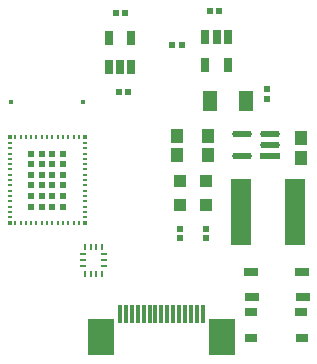
<source format=gtp>
G04*
G04 #@! TF.GenerationSoftware,Altium Limited,Altium Designer,23.1.1 (15)*
G04*
G04 Layer_Color=8421504*
%FSLAX44Y44*%
%MOMM*%
G71*
G04*
G04 #@! TF.SameCoordinates,B54EA911-69F6-478F-8CB3-DEBD2400B795*
G04*
G04*
G04 #@! TF.FilePolarity,Positive*
G04*
G01*
G75*
%ADD14R,2.2400X3.1200*%
%ADD15R,0.3000X1.6000*%
%ADD16R,1.0121X1.1581*%
%ADD17R,0.6000X0.6000*%
%ADD18R,0.2500X0.3500*%
%ADD19R,0.7000X1.3000*%
%ADD20R,1.2000X0.6500*%
%ADD21R,1.0000X0.6500*%
%ADD22R,0.4300X0.4300*%
%ADD23R,0.3500X0.3500*%
%ADD24R,0.3500X0.2500*%
%ADD25R,0.3000X0.3000*%
%ADD26R,1.2500X1.8000*%
%ADD27R,1.7018X5.6896*%
G04:AMPARAMS|DCode=28|XSize=1.6571mm|YSize=0.5658mm|CornerRadius=0.2829mm|HoleSize=0mm|Usage=FLASHONLY|Rotation=180.000|XOffset=0mm|YOffset=0mm|HoleType=Round|Shape=RoundedRectangle|*
%AMROUNDEDRECTD28*
21,1,1.6571,0.0000,0,0,180.0*
21,1,1.0913,0.5658,0,0,180.0*
1,1,0.5658,-0.5457,0.0000*
1,1,0.5658,0.5457,0.0000*
1,1,0.5658,0.5457,0.0000*
1,1,0.5658,-0.5457,0.0000*
%
%ADD28ROUNDEDRECTD28*%
%ADD29R,1.6571X0.5658*%
%ADD30R,0.5725X0.6153*%
%ADD31R,0.2540X0.5750*%
%ADD32R,0.5750X0.2540*%
%ADD33R,0.5200X0.5200*%
%ADD34R,1.1000X1.1000*%
%ADD35R,0.5000X0.5500*%
D14*
X1080422Y736676D02*
D03*
X1183362D02*
D03*
D15*
X1096892Y756476D02*
D03*
X1101892D02*
D03*
X1106892D02*
D03*
X1111892D02*
D03*
X1116892D02*
D03*
X1121892D02*
D03*
X1126892D02*
D03*
X1131892D02*
D03*
X1136892D02*
D03*
X1141892D02*
D03*
X1146892D02*
D03*
X1151892D02*
D03*
X1156892D02*
D03*
X1161892D02*
D03*
X1166892D02*
D03*
D16*
X1250442Y905042D02*
D03*
Y888503D02*
D03*
X1171364Y890514D02*
D03*
Y907054D02*
D03*
X1145540Y890514D02*
D03*
Y907054D02*
D03*
D17*
X1030667Y891907D02*
D03*
X1021667Y882907D02*
D03*
X1030667D02*
D03*
X1039667Y891907D02*
D03*
Y882907D02*
D03*
Y873907D02*
D03*
Y864907D02*
D03*
Y855907D02*
D03*
X1030667D02*
D03*
Y864907D02*
D03*
Y873907D02*
D03*
X1039667Y846907D02*
D03*
X1030667D02*
D03*
X1048667Y891907D02*
D03*
Y882907D02*
D03*
Y873907D02*
D03*
Y864907D02*
D03*
Y855907D02*
D03*
Y846907D02*
D03*
X1021667D02*
D03*
Y855907D02*
D03*
Y864907D02*
D03*
Y873907D02*
D03*
Y891907D02*
D03*
D18*
X1057667Y833157D02*
D03*
X1062167D02*
D03*
X1026167D02*
D03*
X1008167Y905657D02*
D03*
X1012667D02*
D03*
X1017167D02*
D03*
X1021667D02*
D03*
X1026167D02*
D03*
X1030667D02*
D03*
X1035167D02*
D03*
X1039667D02*
D03*
X1044167D02*
D03*
X1048667D02*
D03*
X1053167D02*
D03*
X1057667D02*
D03*
X1062167D02*
D03*
X1053167Y833157D02*
D03*
X1048667D02*
D03*
X1044167D02*
D03*
X1039667D02*
D03*
X1035167D02*
D03*
X1030667D02*
D03*
X1021667D02*
D03*
X1017167D02*
D03*
X1012667D02*
D03*
X1008167D02*
D03*
D19*
X1178735Y990754D02*
D03*
X1169235D02*
D03*
Y966754D02*
D03*
X1188235D02*
D03*
Y990754D02*
D03*
X1087521Y965602D02*
D03*
X1097021D02*
D03*
X1106521D02*
D03*
Y989602D02*
D03*
X1087521D02*
D03*
D20*
X1208133Y791847D02*
D03*
X1251133Y791847D02*
D03*
X1208431Y770049D02*
D03*
X1251431D02*
D03*
D21*
X1250814Y736119D02*
D03*
X1207814D02*
D03*
X1250516Y757917D02*
D03*
X1207516D02*
D03*
D22*
X1065667Y935257D02*
D03*
X1004667D02*
D03*
D23*
X1066917Y833157D02*
D03*
X1003417D02*
D03*
X1066917Y905657D02*
D03*
D24*
Y900907D02*
D03*
Y896407D02*
D03*
Y891907D02*
D03*
Y887407D02*
D03*
Y882907D02*
D03*
Y878407D02*
D03*
Y873907D02*
D03*
Y869407D02*
D03*
Y864907D02*
D03*
Y860407D02*
D03*
Y855907D02*
D03*
Y851407D02*
D03*
Y846907D02*
D03*
Y842407D02*
D03*
Y837907D02*
D03*
X1003417D02*
D03*
Y842407D02*
D03*
Y846907D02*
D03*
Y851407D02*
D03*
Y855907D02*
D03*
Y860407D02*
D03*
Y864907D02*
D03*
Y869407D02*
D03*
Y873907D02*
D03*
Y878407D02*
D03*
Y882907D02*
D03*
Y887407D02*
D03*
Y891907D02*
D03*
Y896407D02*
D03*
Y900907D02*
D03*
D25*
Y905657D02*
D03*
D26*
X1203181Y936520D02*
D03*
X1172681D02*
D03*
D27*
X1199641Y842364D02*
D03*
X1244641D02*
D03*
D28*
X1200053Y889730D02*
D03*
Y908730D02*
D03*
X1223564D02*
D03*
Y899230D02*
D03*
D29*
Y889730D02*
D03*
D30*
X1221232Y946372D02*
D03*
Y937800D02*
D03*
D31*
X1066932Y789912D02*
D03*
X1071932Y789912D02*
D03*
X1076932Y789912D02*
D03*
X1081932Y789912D02*
D03*
X1081932Y813162D02*
D03*
X1076932Y813163D02*
D03*
X1071932Y813162D02*
D03*
X1066932Y813162D02*
D03*
D32*
X1083557Y796537D02*
D03*
Y801537D02*
D03*
X1083557Y806537D02*
D03*
X1065307Y806537D02*
D03*
Y801537D02*
D03*
X1065307Y796537D02*
D03*
D33*
X1095796Y943959D02*
D03*
X1103796D02*
D03*
X1141290Y983570D02*
D03*
X1149290D02*
D03*
X1101280Y1011244D02*
D03*
X1093280D02*
D03*
X1180782Y1012397D02*
D03*
X1172782D02*
D03*
D34*
X1147890Y868520D02*
D03*
Y848520D02*
D03*
X1169532Y868520D02*
D03*
Y848520D02*
D03*
D35*
X1148080Y820480D02*
D03*
Y827980D02*
D03*
X1169670Y820480D02*
D03*
Y827980D02*
D03*
M02*

</source>
